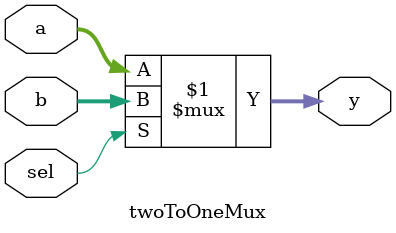
<source format=v>
module twoToOneMux (
    input  wire [15:0] a,
    input  wire [15:0] b,
    input  wire        sel,   // 1-bit select
    output wire [15:0] y
);
    assign y = sel ? b : a;   // if sel=1 → b, else → a
endmodule
</source>
